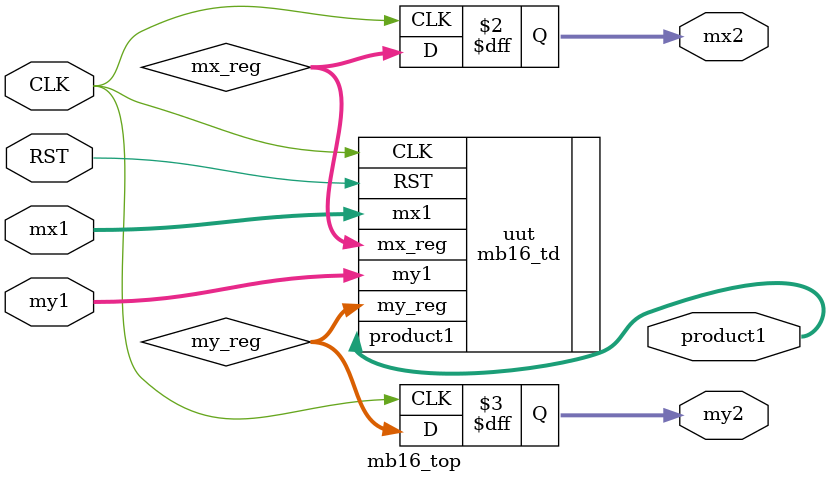
<source format=v>
`timescale 1ns / 1ps
module mb16_top (mx1, my1, CLK, RST, product1, mx2, my2);

parameter WIDTH=16;   
input wire [WIDTH-1:0] mx1;
input wire [WIDTH-1:0] my1;
input wire CLK;
input wire RST;
output wire[(2*WIDTH)-1:0] product1;

output reg [WIDTH-1:0] mx2;
output reg [WIDTH-1:0] my2;

wire [WIDTH-1:0] mx_reg;
wire [WIDTH-1:0] my_reg;

always@ (posedge CLK) // or negedge RST)
begin
/*
if (!RST)
begin
mx2<=16'h0;
my2<=16'h0;
end
else
begin
*/
mx2<=mx_reg;
my2<=my_reg;
//end
end

	 mb16_td uut (
		.mx1(mx1), 
		.my1(my1),
		.CLK(CLK), 
		.RST(RST),     
		.product1(product1),
		.mx_reg(mx_reg),
		.my_reg(my_reg)
	);


endmodule

</source>
